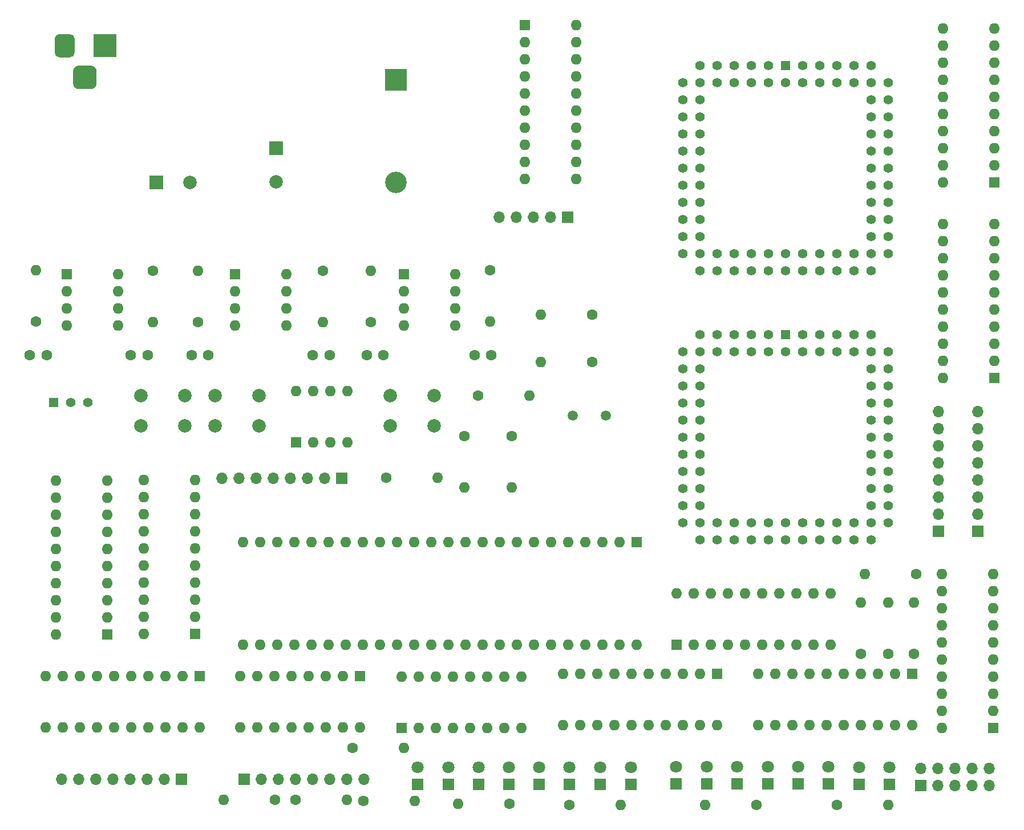
<source format=gbr>
%TF.GenerationSoftware,KiCad,Pcbnew,(5.1.10)-1*%
%TF.CreationDate,2021-07-17T09:59:34+08:00*%
%TF.ProjectId,MAX7000CPU,4d415837-3030-4304-9350-552e6b696361,rev?*%
%TF.SameCoordinates,Original*%
%TF.FileFunction,Soldermask,Bot*%
%TF.FilePolarity,Negative*%
%FSLAX46Y46*%
G04 Gerber Fmt 4.6, Leading zero omitted, Abs format (unit mm)*
G04 Created by KiCad (PCBNEW (5.1.10)-1) date 2021-07-17 09:59:34*
%MOMM*%
%LPD*%
G01*
G04 APERTURE LIST*
%ADD10O,1.600000X1.600000*%
%ADD11R,1.600000X1.600000*%
%ADD12O,1.700000X1.700000*%
%ADD13R,1.700000X1.700000*%
%ADD14C,1.422400*%
%ADD15R,1.422400X1.422400*%
%ADD16C,1.600000*%
%ADD17C,1.800000*%
%ADD18R,1.800000X1.800000*%
%ADD19C,1.500000*%
%ADD20C,2.000000*%
%ADD21R,1.400000X1.400000*%
%ADD22C,1.400000*%
%ADD23R,3.500000X3.500000*%
%ADD24R,2.000000X2.000000*%
%ADD25O,3.200000X3.200000*%
%ADD26R,3.200000X3.200000*%
G04 APERTURE END LIST*
D10*
%TO.C,U6*%
X45070000Y-123160000D03*
X22210000Y-115540000D03*
X42530000Y-123160000D03*
X24750000Y-115540000D03*
X39990000Y-123160000D03*
X27290000Y-115540000D03*
X37450000Y-123160000D03*
X29830000Y-115540000D03*
X34910000Y-123160000D03*
X32370000Y-115540000D03*
X32370000Y-123160000D03*
X34910000Y-115540000D03*
X29830000Y-123160000D03*
X37450000Y-115540000D03*
X27290000Y-123160000D03*
X39990000Y-115540000D03*
X24750000Y-123160000D03*
X42530000Y-115540000D03*
X22210000Y-123160000D03*
D11*
X45070000Y-115540000D03*
%TD*%
D10*
%TO.C,U8*%
X68870000Y-123160000D03*
X51090000Y-115540000D03*
X66330000Y-123160000D03*
X53630000Y-115540000D03*
X63790000Y-123160000D03*
X56170000Y-115540000D03*
X61250000Y-123160000D03*
X58710000Y-115540000D03*
X58710000Y-123160000D03*
X61250000Y-115540000D03*
X56170000Y-123160000D03*
X63790000Y-115540000D03*
X53630000Y-123160000D03*
X66330000Y-115540000D03*
X51090000Y-123160000D03*
D11*
X68870000Y-115540000D03*
%TD*%
D10*
%TO.C,U13*%
X155250000Y-123240000D03*
X162870000Y-100380000D03*
X155250000Y-120700000D03*
X162870000Y-102920000D03*
X155250000Y-118160000D03*
X162870000Y-105460000D03*
X155250000Y-115620000D03*
X162870000Y-108000000D03*
X155250000Y-113080000D03*
X162870000Y-110540000D03*
X155250000Y-110540000D03*
X162870000Y-113080000D03*
X155250000Y-108000000D03*
X162870000Y-115620000D03*
X155250000Y-105460000D03*
X162870000Y-118160000D03*
X155250000Y-102920000D03*
X162870000Y-120700000D03*
X155250000Y-100380000D03*
D11*
X162870000Y-123240000D03*
%TD*%
D12*
%TO.C,J7*%
X89570000Y-47340000D03*
X92110000Y-47340000D03*
X94650000Y-47340000D03*
X97190000Y-47340000D03*
D13*
X99730000Y-47340000D03*
%TD*%
D14*
%TO.C,U17*%
X147310000Y-69920000D03*
X147310000Y-72460000D03*
X147310000Y-75000000D03*
X147310000Y-77540000D03*
X147310000Y-80080000D03*
X147310000Y-82620000D03*
X147310000Y-85160000D03*
X147310000Y-87700000D03*
X147310000Y-90240000D03*
X147310000Y-92780000D03*
X144770000Y-69920000D03*
X144770000Y-72460000D03*
X144770000Y-75000000D03*
X144770000Y-77540000D03*
X144770000Y-80080000D03*
X144770000Y-82620000D03*
X144770000Y-85160000D03*
X144770000Y-87700000D03*
X144770000Y-90240000D03*
X144770000Y-92780000D03*
X144770000Y-95320000D03*
X142230000Y-95320000D03*
X139690000Y-95320000D03*
X137150000Y-95320000D03*
X134610000Y-95320000D03*
X132070000Y-95320000D03*
X129530000Y-95320000D03*
X126990000Y-95320000D03*
X124450000Y-95320000D03*
X121910000Y-95320000D03*
X119370000Y-95320000D03*
X142230000Y-92780000D03*
X139690000Y-92780000D03*
X137150000Y-92780000D03*
X134610000Y-92780000D03*
X132070000Y-92780000D03*
X129530000Y-92780000D03*
X126990000Y-92780000D03*
X124450000Y-92780000D03*
X121910000Y-92780000D03*
X119370000Y-92780000D03*
X116830000Y-92780000D03*
X116830000Y-90240000D03*
X116830000Y-87700000D03*
X116830000Y-85160000D03*
X116830000Y-82620000D03*
X116830000Y-80080000D03*
X116830000Y-77540000D03*
X116830000Y-75000000D03*
X116830000Y-72460000D03*
X116830000Y-69920000D03*
X116830000Y-67380000D03*
X119370000Y-90240000D03*
X119370000Y-87700000D03*
X119370000Y-85160000D03*
X119370000Y-82620000D03*
X119370000Y-80080000D03*
X119370000Y-77540000D03*
X119370000Y-75000000D03*
X119370000Y-72460000D03*
X119370000Y-69920000D03*
X119370000Y-67380000D03*
X144770000Y-64840000D03*
X142230000Y-64840000D03*
X139690000Y-64840000D03*
X137150000Y-64840000D03*
X134610000Y-64840000D03*
X119370000Y-64840000D03*
X121910000Y-64840000D03*
X124450000Y-64840000D03*
X126990000Y-64840000D03*
X129530000Y-64840000D03*
D15*
X132070000Y-64840000D03*
D14*
X147310000Y-67380000D03*
X144770000Y-67380000D03*
X142230000Y-67380000D03*
X139690000Y-67380000D03*
X137150000Y-67380000D03*
X134610000Y-67380000D03*
X121910000Y-67380000D03*
X124450000Y-67380000D03*
X126990000Y-67380000D03*
X129530000Y-67380000D03*
X132070000Y-67380000D03*
%TD*%
D10*
%TO.C,R24*%
X147250000Y-134640000D03*
D16*
X139630000Y-134640000D03*
%TD*%
D10*
%TO.C,R23*%
X120110000Y-134640000D03*
D16*
X127730000Y-134640000D03*
%TD*%
D10*
%TO.C,R22*%
X107610000Y-134630000D03*
D16*
X99990000Y-134630000D03*
%TD*%
D10*
%TO.C,R21*%
X83480000Y-134500000D03*
D16*
X91100000Y-134500000D03*
%TD*%
D10*
%TO.C,R20*%
X93990000Y-73840000D03*
D16*
X86370000Y-73840000D03*
%TD*%
D10*
%TO.C,R19*%
X75360000Y-126210000D03*
D16*
X67740000Y-126210000D03*
%TD*%
D10*
%TO.C,R18*%
X76980000Y-134050000D03*
D16*
X69360000Y-134050000D03*
%TD*%
D10*
%TO.C,R17*%
X143790000Y-100380000D03*
D16*
X151410000Y-100380000D03*
%TD*%
D10*
%TO.C,R16*%
X143250000Y-104560000D03*
D16*
X143250000Y-112180000D03*
%TD*%
D10*
%TO.C,R15*%
X66930000Y-133920000D03*
D16*
X59310000Y-133920000D03*
%TD*%
D10*
%TO.C,R14*%
X48680000Y-133930000D03*
D16*
X56300000Y-133930000D03*
%TD*%
D10*
%TO.C,R13*%
X147250000Y-104590000D03*
D16*
X147250000Y-112210000D03*
%TD*%
D10*
%TO.C,R12*%
X151110000Y-104600000D03*
D16*
X151110000Y-112220000D03*
%TD*%
D10*
%TO.C,R11*%
X80390000Y-86040000D03*
D16*
X72770000Y-86040000D03*
%TD*%
D10*
%TO.C,R10*%
X84370000Y-87460000D03*
D16*
X84370000Y-79840000D03*
%TD*%
D10*
%TO.C,R9*%
X91370000Y-87460000D03*
D16*
X91370000Y-79840000D03*
%TD*%
D10*
%TO.C,R8*%
X95750000Y-68840000D03*
D16*
X103370000Y-68840000D03*
%TD*%
D10*
%TO.C,R7*%
X95750000Y-61840000D03*
D16*
X103370000Y-61840000D03*
%TD*%
D10*
%TO.C,R6*%
X88170000Y-62860000D03*
D16*
X88170000Y-55240000D03*
%TD*%
D10*
%TO.C,R5*%
X70470000Y-55340000D03*
D16*
X70470000Y-62960000D03*
%TD*%
D10*
%TO.C,R4*%
X63370000Y-62960000D03*
D16*
X63370000Y-55340000D03*
%TD*%
D10*
%TO.C,R3*%
X44870000Y-55340000D03*
D16*
X44870000Y-62960000D03*
%TD*%
D10*
%TO.C,R2*%
X20770000Y-55240000D03*
D16*
X20770000Y-62860000D03*
%TD*%
D10*
%TO.C,R1*%
X38170000Y-62960000D03*
D16*
X38170000Y-55340000D03*
%TD*%
D10*
%TO.C,U20*%
X121870000Y-122760000D03*
X99010000Y-115140000D03*
X119330000Y-122760000D03*
X101550000Y-115140000D03*
X116790000Y-122760000D03*
X104090000Y-115140000D03*
X114250000Y-122760000D03*
X106630000Y-115140000D03*
X111710000Y-122760000D03*
X109170000Y-115140000D03*
X109170000Y-122760000D03*
X111710000Y-115140000D03*
X106630000Y-122760000D03*
X114250000Y-115140000D03*
X104090000Y-122760000D03*
X116790000Y-115140000D03*
X101550000Y-122760000D03*
X119330000Y-115140000D03*
X99010000Y-122760000D03*
D11*
X121870000Y-115140000D03*
%TD*%
D10*
%TO.C,U19*%
X150870000Y-122760000D03*
X128010000Y-115140000D03*
X148330000Y-122760000D03*
X130550000Y-115140000D03*
X145790000Y-122760000D03*
X133090000Y-115140000D03*
X143250000Y-122760000D03*
X135630000Y-115140000D03*
X140710000Y-122760000D03*
X138170000Y-115140000D03*
X138170000Y-122760000D03*
X140710000Y-115140000D03*
X135630000Y-122760000D03*
X143250000Y-115140000D03*
X133090000Y-122760000D03*
X145790000Y-115140000D03*
X130550000Y-122760000D03*
X148330000Y-115140000D03*
X128010000Y-122760000D03*
D11*
X150870000Y-115140000D03*
%TD*%
D10*
%TO.C,U16*%
X100990000Y-18840000D03*
X93370000Y-41700000D03*
X100990000Y-21380000D03*
X93370000Y-39160000D03*
X100990000Y-23920000D03*
X93370000Y-36620000D03*
X100990000Y-26460000D03*
X93370000Y-34080000D03*
X100990000Y-29000000D03*
X93370000Y-31540000D03*
X100990000Y-31540000D03*
X93370000Y-29000000D03*
X100990000Y-34080000D03*
X93370000Y-26460000D03*
X100990000Y-36620000D03*
X93370000Y-23920000D03*
X100990000Y-39160000D03*
X93370000Y-21380000D03*
X100990000Y-41700000D03*
D11*
X93370000Y-18840000D03*
%TD*%
D10*
%TO.C,U15*%
X155370000Y-71200000D03*
X162990000Y-48340000D03*
X155370000Y-68660000D03*
X162990000Y-50880000D03*
X155370000Y-66120000D03*
X162990000Y-53420000D03*
X155370000Y-63580000D03*
X162990000Y-55960000D03*
X155370000Y-61040000D03*
X162990000Y-58500000D03*
X155370000Y-58500000D03*
X162990000Y-61040000D03*
X155370000Y-55960000D03*
X162990000Y-63580000D03*
X155370000Y-53420000D03*
X162990000Y-66120000D03*
X155370000Y-50880000D03*
X162990000Y-68660000D03*
X155370000Y-48340000D03*
D11*
X162990000Y-71200000D03*
%TD*%
D10*
%TO.C,U14*%
X155370000Y-42200000D03*
X162990000Y-19340000D03*
X155370000Y-39660000D03*
X162990000Y-21880000D03*
X155370000Y-37120000D03*
X162990000Y-24420000D03*
X155370000Y-34580000D03*
X162990000Y-26960000D03*
X155370000Y-32040000D03*
X162990000Y-29500000D03*
X155370000Y-29500000D03*
X162990000Y-32040000D03*
X155370000Y-26960000D03*
X162990000Y-34580000D03*
X155370000Y-24420000D03*
X162990000Y-37120000D03*
X155370000Y-21880000D03*
X162990000Y-39660000D03*
X155370000Y-19340000D03*
D11*
X162990000Y-42200000D03*
%TD*%
D10*
%TO.C,U12*%
X36750000Y-109240000D03*
X44370000Y-86380000D03*
X36750000Y-106700000D03*
X44370000Y-88920000D03*
X36750000Y-104160000D03*
X44370000Y-91460000D03*
X36750000Y-101620000D03*
X44370000Y-94000000D03*
X36750000Y-99080000D03*
X44370000Y-96540000D03*
X36750000Y-96540000D03*
X44370000Y-99080000D03*
X36750000Y-94000000D03*
X44370000Y-101620000D03*
X36750000Y-91460000D03*
X44370000Y-104160000D03*
X36750000Y-88920000D03*
X44370000Y-106700000D03*
X36750000Y-86380000D03*
D11*
X44370000Y-109240000D03*
%TD*%
D10*
%TO.C,U11*%
X23750000Y-109340000D03*
X31370000Y-86480000D03*
X23750000Y-106800000D03*
X31370000Y-89020000D03*
X23750000Y-104260000D03*
X31370000Y-91560000D03*
X23750000Y-101720000D03*
X31370000Y-94100000D03*
X23750000Y-99180000D03*
X31370000Y-96640000D03*
X23750000Y-96640000D03*
X31370000Y-99180000D03*
X23750000Y-94100000D03*
X31370000Y-101720000D03*
X23750000Y-91560000D03*
X31370000Y-104260000D03*
X23750000Y-89020000D03*
X31370000Y-106800000D03*
X23750000Y-86480000D03*
D11*
X31370000Y-109340000D03*
%TD*%
D10*
%TO.C,SW3 Prog Select*%
X59370000Y-73220000D03*
X66990000Y-80840000D03*
X61910000Y-73220000D03*
X64450000Y-80840000D03*
X64450000Y-73220000D03*
X61910000Y-80840000D03*
X66990000Y-73220000D03*
D11*
X59370000Y-80840000D03*
%TD*%
D14*
%TO.C,U5*%
X147310000Y-29920000D03*
X147310000Y-32460000D03*
X147310000Y-35000000D03*
X147310000Y-37540000D03*
X147310000Y-40080000D03*
X147310000Y-42620000D03*
X147310000Y-45160000D03*
X147310000Y-47700000D03*
X147310000Y-50240000D03*
X147310000Y-52780000D03*
X144770000Y-29920000D03*
X144770000Y-32460000D03*
X144770000Y-35000000D03*
X144770000Y-37540000D03*
X144770000Y-40080000D03*
X144770000Y-42620000D03*
X144770000Y-45160000D03*
X144770000Y-47700000D03*
X144770000Y-50240000D03*
X144770000Y-52780000D03*
X144770000Y-55320000D03*
X142230000Y-55320000D03*
X139690000Y-55320000D03*
X137150000Y-55320000D03*
X134610000Y-55320000D03*
X132070000Y-55320000D03*
X129530000Y-55320000D03*
X126990000Y-55320000D03*
X124450000Y-55320000D03*
X121910000Y-55320000D03*
X119370000Y-55320000D03*
X142230000Y-52780000D03*
X139690000Y-52780000D03*
X137150000Y-52780000D03*
X134610000Y-52780000D03*
X132070000Y-52780000D03*
X129530000Y-52780000D03*
X126990000Y-52780000D03*
X124450000Y-52780000D03*
X121910000Y-52780000D03*
X119370000Y-52780000D03*
X116830000Y-52780000D03*
X116830000Y-50240000D03*
X116830000Y-47700000D03*
X116830000Y-45160000D03*
X116830000Y-42620000D03*
X116830000Y-40080000D03*
X116830000Y-37540000D03*
X116830000Y-35000000D03*
X116830000Y-32460000D03*
X116830000Y-29920000D03*
X116830000Y-27380000D03*
X119370000Y-50240000D03*
X119370000Y-47700000D03*
X119370000Y-45160000D03*
X119370000Y-42620000D03*
X119370000Y-40080000D03*
X119370000Y-37540000D03*
X119370000Y-35000000D03*
X119370000Y-32460000D03*
X119370000Y-29920000D03*
X119370000Y-27380000D03*
X144770000Y-24840000D03*
X142230000Y-24840000D03*
X139690000Y-24840000D03*
X137150000Y-24840000D03*
X134610000Y-24840000D03*
X119370000Y-24840000D03*
X121910000Y-24840000D03*
X124450000Y-24840000D03*
X126990000Y-24840000D03*
X129530000Y-24840000D03*
D15*
X132070000Y-24840000D03*
D14*
X147310000Y-27380000D03*
X144770000Y-27380000D03*
X142230000Y-27380000D03*
X139690000Y-27380000D03*
X137150000Y-27380000D03*
X134610000Y-27380000D03*
X121910000Y-27380000D03*
X124450000Y-27380000D03*
X126990000Y-27380000D03*
X129530000Y-27380000D03*
X132070000Y-27380000D03*
%TD*%
D10*
%TO.C,U1*%
X32990000Y-55840000D03*
X25370000Y-63460000D03*
X32990000Y-58380000D03*
X25370000Y-60920000D03*
X32990000Y-60920000D03*
X25370000Y-58380000D03*
X32990000Y-63460000D03*
D11*
X25370000Y-55840000D03*
%TD*%
D10*
%TO.C,U2*%
X57990000Y-55840000D03*
X50370000Y-63460000D03*
X57990000Y-58380000D03*
X50370000Y-60920000D03*
X57990000Y-60920000D03*
X50370000Y-58380000D03*
X57990000Y-63460000D03*
D11*
X50370000Y-55840000D03*
%TD*%
D10*
%TO.C,U3*%
X82990000Y-55840000D03*
X75370000Y-63460000D03*
X82990000Y-58380000D03*
X75370000Y-60920000D03*
X82990000Y-60920000D03*
X75370000Y-58380000D03*
X82990000Y-63460000D03*
D11*
X75370000Y-55840000D03*
%TD*%
D17*
%TO.C,D17*%
X147410000Y-129020000D03*
D18*
X147410000Y-131560000D03*
%TD*%
D17*
%TO.C,D16*%
X142930000Y-129020000D03*
D18*
X142930000Y-131560000D03*
%TD*%
D17*
%TO.C,D15*%
X138410000Y-129010000D03*
D18*
X138410000Y-131550000D03*
%TD*%
D17*
%TO.C,D14*%
X133880000Y-129000000D03*
D18*
X133880000Y-131540000D03*
%TD*%
D17*
%TO.C,D13*%
X129390000Y-129000000D03*
D18*
X129390000Y-131540000D03*
%TD*%
D17*
%TO.C,D12*%
X124830000Y-129000000D03*
D18*
X124830000Y-131540000D03*
%TD*%
D17*
%TO.C,D11*%
X120320000Y-129000000D03*
D18*
X120320000Y-131540000D03*
%TD*%
D17*
%TO.C,D10*%
X115800000Y-129000000D03*
D18*
X115800000Y-131540000D03*
%TD*%
D17*
%TO.C,D9*%
X109060000Y-129060000D03*
D18*
X109060000Y-131600000D03*
%TD*%
D17*
%TO.C,D8*%
X104520000Y-129060000D03*
D18*
X104520000Y-131600000D03*
%TD*%
D17*
%TO.C,D7*%
X99990000Y-129060000D03*
D18*
X99990000Y-131600000D03*
%TD*%
D17*
%TO.C,D6*%
X95490000Y-129060000D03*
D18*
X95490000Y-131600000D03*
%TD*%
D17*
%TO.C,D5*%
X90950000Y-129060000D03*
D18*
X90950000Y-131600000D03*
%TD*%
D17*
%TO.C,D4*%
X86450000Y-129060000D03*
D18*
X86450000Y-131600000D03*
%TD*%
D17*
%TO.C,D3*%
X81960000Y-129060000D03*
D18*
X81960000Y-131600000D03*
%TD*%
D17*
%TO.C,D2*%
X77390000Y-129050000D03*
D18*
X77390000Y-131590000D03*
%TD*%
D10*
%TO.C,U9*%
X109970000Y-110880000D03*
X51550000Y-95640000D03*
X107430000Y-110880000D03*
X54090000Y-95640000D03*
X104890000Y-110880000D03*
X56630000Y-95640000D03*
X102350000Y-110880000D03*
X59170000Y-95640000D03*
X99810000Y-110880000D03*
X61710000Y-95640000D03*
X97270000Y-110880000D03*
X64250000Y-95640000D03*
X94730000Y-110880000D03*
X66790000Y-95640000D03*
X92190000Y-110880000D03*
X69330000Y-95640000D03*
X89650000Y-110880000D03*
X71870000Y-95640000D03*
X87110000Y-110880000D03*
X74410000Y-95640000D03*
X84570000Y-110880000D03*
X76950000Y-95640000D03*
X82030000Y-110880000D03*
X79490000Y-95640000D03*
X79490000Y-110880000D03*
X82030000Y-95640000D03*
X76950000Y-110880000D03*
X84570000Y-95640000D03*
X74410000Y-110880000D03*
X87110000Y-95640000D03*
X71870000Y-110880000D03*
X89650000Y-95640000D03*
X69330000Y-110880000D03*
X92190000Y-95640000D03*
X66790000Y-110880000D03*
X94730000Y-95640000D03*
X64250000Y-110880000D03*
X97270000Y-95640000D03*
X61710000Y-110880000D03*
X99810000Y-95640000D03*
X59170000Y-110880000D03*
X102350000Y-95640000D03*
X56630000Y-110880000D03*
X104890000Y-95640000D03*
X54090000Y-110880000D03*
X107430000Y-95640000D03*
X51550000Y-110880000D03*
D11*
X109970000Y-95640000D03*
%TD*%
D19*
%TO.C,Y1*%
X100490000Y-76840000D03*
X105370000Y-76840000D03*
%TD*%
D10*
%TO.C,U10*%
X115870000Y-103220000D03*
X138730000Y-110840000D03*
X118410000Y-103220000D03*
X136190000Y-110840000D03*
X120950000Y-103220000D03*
X133650000Y-110840000D03*
X123490000Y-103220000D03*
X131110000Y-110840000D03*
X126030000Y-103220000D03*
X128570000Y-110840000D03*
X128570000Y-103220000D03*
X126030000Y-110840000D03*
X131110000Y-103220000D03*
X123490000Y-110840000D03*
X133650000Y-103220000D03*
X120950000Y-110840000D03*
X136190000Y-103220000D03*
X118410000Y-110840000D03*
X138730000Y-103220000D03*
D11*
X115870000Y-110840000D03*
%TD*%
D10*
%TO.C,U7*%
X75070000Y-115620000D03*
X92850000Y-123240000D03*
X77610000Y-115620000D03*
X90310000Y-123240000D03*
X80150000Y-115620000D03*
X87770000Y-123240000D03*
X82690000Y-115620000D03*
X85230000Y-123240000D03*
X85230000Y-115620000D03*
X82690000Y-123240000D03*
X87770000Y-115620000D03*
X80150000Y-123240000D03*
X90310000Y-115620000D03*
X77610000Y-123240000D03*
X92850000Y-115620000D03*
D11*
X75070000Y-123240000D03*
%TD*%
D20*
%TO.C,SW4 Reset*%
X79870000Y-73840000D03*
X79870000Y-78340000D03*
X73370000Y-73840000D03*
X73370000Y-78340000D03*
%TD*%
%TO.C,SW2 CLK Mode*%
X53870000Y-73840000D03*
X53870000Y-78340000D03*
X47370000Y-73840000D03*
X47370000Y-78340000D03*
%TD*%
%TO.C,SW1 Step*%
X42870000Y-73840000D03*
X42870000Y-78340000D03*
X36370000Y-73840000D03*
X36370000Y-78340000D03*
%TD*%
D21*
%TO.C,RV1 CLK speed*%
X23370000Y-74840000D03*
D22*
X25910000Y-74840000D03*
X28450000Y-74840000D03*
%TD*%
%TO.C,J8*%
G36*
G01*
X26290000Y-27465000D02*
X26290000Y-25715000D01*
G75*
G02*
X27165000Y-24840000I875000J0D01*
G01*
X28915000Y-24840000D01*
G75*
G02*
X29790000Y-25715000I0J-875000D01*
G01*
X29790000Y-27465000D01*
G75*
G02*
X28915000Y-28340000I-875000J0D01*
G01*
X27165000Y-28340000D01*
G75*
G02*
X26290000Y-27465000I0J875000D01*
G01*
G37*
G36*
G01*
X23540000Y-22890000D02*
X23540000Y-20890000D01*
G75*
G02*
X24290000Y-20140000I750000J0D01*
G01*
X25790000Y-20140000D01*
G75*
G02*
X26540000Y-20890000I0J-750000D01*
G01*
X26540000Y-22890000D01*
G75*
G02*
X25790000Y-23640000I-750000J0D01*
G01*
X24290000Y-23640000D01*
G75*
G02*
X23540000Y-22890000I0J750000D01*
G01*
G37*
D23*
X31040000Y-21890000D03*
%TD*%
D12*
%TO.C,J6 QPI IN*%
X154770000Y-76260000D03*
X154770000Y-78800000D03*
X154770000Y-81340000D03*
X154770000Y-83880000D03*
X154770000Y-86420000D03*
X154770000Y-88960000D03*
X154770000Y-91500000D03*
D13*
X154770000Y-94040000D03*
%TD*%
D12*
%TO.C,J5 QPI Out*%
X160570000Y-76260000D03*
X160570000Y-78800000D03*
X160570000Y-81340000D03*
X160570000Y-83880000D03*
X160570000Y-86420000D03*
X160570000Y-88960000D03*
X160570000Y-91500000D03*
D13*
X160570000Y-94040000D03*
%TD*%
D12*
%TO.C,J4 Module Output*%
X69480000Y-130840000D03*
X66940000Y-130840000D03*
X64400000Y-130840000D03*
X61860000Y-130840000D03*
X59320000Y-130840000D03*
X56780000Y-130840000D03*
X54240000Y-130840000D03*
D13*
X51700000Y-130840000D03*
%TD*%
D12*
%TO.C,J3 Module Input*%
X24590000Y-130840000D03*
X27130000Y-130840000D03*
X29670000Y-130840000D03*
X32210000Y-130840000D03*
X34750000Y-130840000D03*
X37290000Y-130840000D03*
X39830000Y-130840000D03*
D13*
X42370000Y-130840000D03*
%TD*%
D12*
%TO.C,J2 Instructions*%
X48390000Y-86140000D03*
X50930000Y-86140000D03*
X53470000Y-86140000D03*
X56010000Y-86140000D03*
X58550000Y-86140000D03*
X61090000Y-86140000D03*
X63630000Y-86140000D03*
D13*
X66170000Y-86140000D03*
%TD*%
D12*
%TO.C,J1 JTAG*%
X162240000Y-129270000D03*
X162240000Y-131810000D03*
X159700000Y-129270000D03*
X159700000Y-131810000D03*
X157160000Y-129270000D03*
X157160000Y-131810000D03*
X154620000Y-129270000D03*
X154620000Y-131810000D03*
X152080000Y-129270000D03*
D13*
X152080000Y-131810000D03*
%TD*%
D20*
%TO.C,C10*%
X43660000Y-42210000D03*
D24*
X38660000Y-42210000D03*
%TD*%
D20*
%TO.C,C9*%
X56440000Y-42130000D03*
D24*
X56440000Y-37130000D03*
%TD*%
D16*
%TO.C,C6*%
X85870000Y-67840000D03*
X88370000Y-67840000D03*
%TD*%
%TO.C,C5*%
X69870000Y-67840000D03*
X72370000Y-67840000D03*
%TD*%
%TO.C,C4*%
X61870000Y-67840000D03*
X64370000Y-67840000D03*
%TD*%
%TO.C,C3*%
X43870000Y-67840000D03*
X46370000Y-67840000D03*
%TD*%
%TO.C,C2*%
X34870000Y-67840000D03*
X37370000Y-67840000D03*
%TD*%
%TO.C,C1*%
X19870000Y-67840000D03*
X22370000Y-67840000D03*
%TD*%
D25*
%TO.C,D1*%
X74220000Y-42210000D03*
D26*
X74220000Y-26970000D03*
%TD*%
M02*

</source>
